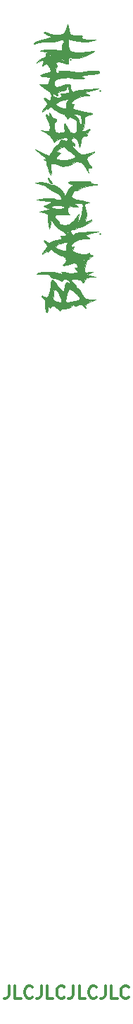
<source format=gbr>
%TF.GenerationSoftware,KiCad,Pcbnew,(5.1.12-1-10_14)*%
%TF.CreationDate,2021-12-12T17:34:39+01:00*%
%TF.ProjectId,kross,6b726f73-732e-46b6-9963-61645f706362,rev?*%
%TF.SameCoordinates,Original*%
%TF.FileFunction,Legend,Top*%
%TF.FilePolarity,Positive*%
%FSLAX46Y46*%
G04 Gerber Fmt 4.6, Leading zero omitted, Abs format (unit mm)*
G04 Created by KiCad (PCBNEW (5.1.12-1-10_14)) date 2021-12-12 17:34:39*
%MOMM*%
%LPD*%
G01*
G04 APERTURE LIST*
%ADD10C,0.300000*%
%ADD11C,0.010000*%
%ADD12C,14.000000*%
%ADD13C,9.000000*%
%ADD14C,4.000000*%
G04 APERTURE END LIST*
D10*
X105571428Y-211178571D02*
X105571428Y-212250000D01*
X105500000Y-212464285D01*
X105357142Y-212607142D01*
X105142857Y-212678571D01*
X105000000Y-212678571D01*
X107000000Y-212678571D02*
X106285714Y-212678571D01*
X106285714Y-211178571D01*
X108357142Y-212535714D02*
X108285714Y-212607142D01*
X108071428Y-212678571D01*
X107928571Y-212678571D01*
X107714285Y-212607142D01*
X107571428Y-212464285D01*
X107500000Y-212321428D01*
X107428571Y-212035714D01*
X107428571Y-211821428D01*
X107500000Y-211535714D01*
X107571428Y-211392857D01*
X107714285Y-211250000D01*
X107928571Y-211178571D01*
X108071428Y-211178571D01*
X108285714Y-211250000D01*
X108357142Y-211321428D01*
X109428571Y-211178571D02*
X109428571Y-212250000D01*
X109357142Y-212464285D01*
X109214285Y-212607142D01*
X109000000Y-212678571D01*
X108857142Y-212678571D01*
X110857142Y-212678571D02*
X110142857Y-212678571D01*
X110142857Y-211178571D01*
X112214285Y-212535714D02*
X112142857Y-212607142D01*
X111928571Y-212678571D01*
X111785714Y-212678571D01*
X111571428Y-212607142D01*
X111428571Y-212464285D01*
X111357142Y-212321428D01*
X111285714Y-212035714D01*
X111285714Y-211821428D01*
X111357142Y-211535714D01*
X111428571Y-211392857D01*
X111571428Y-211250000D01*
X111785714Y-211178571D01*
X111928571Y-211178571D01*
X112142857Y-211250000D01*
X112214285Y-211321428D01*
X113285714Y-211178571D02*
X113285714Y-212250000D01*
X113214285Y-212464285D01*
X113071428Y-212607142D01*
X112857142Y-212678571D01*
X112714285Y-212678571D01*
X114714285Y-212678571D02*
X114000000Y-212678571D01*
X114000000Y-211178571D01*
X116071428Y-212535714D02*
X116000000Y-212607142D01*
X115785714Y-212678571D01*
X115642857Y-212678571D01*
X115428571Y-212607142D01*
X115285714Y-212464285D01*
X115214285Y-212321428D01*
X115142857Y-212035714D01*
X115142857Y-211821428D01*
X115214285Y-211535714D01*
X115285714Y-211392857D01*
X115428571Y-211250000D01*
X115642857Y-211178571D01*
X115785714Y-211178571D01*
X116000000Y-211250000D01*
X116071428Y-211321428D01*
X117142857Y-211178571D02*
X117142857Y-212250000D01*
X117071428Y-212464285D01*
X116928571Y-212607142D01*
X116714285Y-212678571D01*
X116571428Y-212678571D01*
X118571428Y-212678571D02*
X117857142Y-212678571D01*
X117857142Y-211178571D01*
X119928571Y-212535714D02*
X119857142Y-212607142D01*
X119642857Y-212678571D01*
X119500000Y-212678571D01*
X119285714Y-212607142D01*
X119142857Y-212464285D01*
X119071428Y-212321428D01*
X119000000Y-212035714D01*
X119000000Y-211821428D01*
X119071428Y-211535714D01*
X119142857Y-211392857D01*
X119285714Y-211250000D01*
X119500000Y-211178571D01*
X119642857Y-211178571D01*
X119857142Y-211250000D01*
X119928571Y-211321428D01*
D11*
%TO.C,G\u002A\u002A\u002A*%
G36*
X116496503Y-121137762D02*
G01*
X116585314Y-121226573D01*
X116496503Y-121315384D01*
X116407692Y-121226573D01*
X116496503Y-121137762D01*
G37*
X116496503Y-121137762D02*
X116585314Y-121226573D01*
X116496503Y-121315384D01*
X116407692Y-121226573D01*
X116496503Y-121137762D01*
G36*
X116496503Y-104086014D02*
G01*
X116585314Y-104174825D01*
X116496503Y-104263636D01*
X116407692Y-104174825D01*
X116496503Y-104086014D01*
G37*
X116496503Y-104086014D02*
X116585314Y-104174825D01*
X116496503Y-104263636D01*
X116407692Y-104174825D01*
X116496503Y-104086014D01*
G36*
X108619639Y-98414038D02*
G01*
X108953089Y-98263879D01*
X109488468Y-98083387D01*
X109862995Y-97977295D01*
X110392187Y-97832189D01*
X110618156Y-97735574D01*
X110582340Y-97649869D01*
X110341380Y-97543466D01*
X109956951Y-97347300D01*
X109757526Y-97176011D01*
X109826296Y-97121397D01*
X110133392Y-97202129D01*
X110290604Y-97263547D01*
X110906517Y-97432969D01*
X111537065Y-97482434D01*
X111584947Y-97479261D01*
X112042522Y-97393702D01*
X112290862Y-97163303D01*
X112430069Y-96817212D01*
X112626572Y-96209250D01*
X112748957Y-96861618D01*
X112842061Y-97256694D01*
X112998151Y-97448129D01*
X113325999Y-97510299D01*
X113706999Y-97516706D01*
X114185902Y-97543878D01*
X114350948Y-97616852D01*
X114305614Y-97669685D01*
X114249389Y-97810979D01*
X114493467Y-97937229D01*
X114982930Y-98029255D01*
X115430769Y-98062609D01*
X115963636Y-98083216D01*
X115392701Y-98218927D01*
X114942462Y-98299050D01*
X114481024Y-98304895D01*
X113884137Y-98231283D01*
X113337880Y-98133274D01*
X112665971Y-98005131D01*
X112716202Y-98732014D01*
X112766125Y-99181294D01*
X112901832Y-99411082D01*
X113225181Y-99523415D01*
X113560974Y-99578289D01*
X114246014Y-99609988D01*
X114937465Y-99537601D01*
X115069204Y-99507186D01*
X115604909Y-99385515D01*
X115815898Y-99386791D01*
X115696692Y-99502935D01*
X115241806Y-99725874D01*
X115223166Y-99734019D01*
X114708727Y-99965373D01*
X114290171Y-100165548D01*
X114223761Y-100199791D01*
X113835390Y-100284428D01*
X113325803Y-100260034D01*
X113291243Y-100253902D01*
X112881386Y-100200150D01*
X112711802Y-100291292D01*
X112677655Y-100587970D01*
X112677622Y-100608859D01*
X112643534Y-100931510D01*
X112488385Y-100967457D01*
X112334054Y-100895060D01*
X112300202Y-100884207D01*
X112300202Y-100665036D01*
X112215071Y-100534919D01*
X112192121Y-100511525D01*
X111959237Y-100371224D01*
X111873621Y-100390248D01*
X111926925Y-100522376D01*
X112092689Y-100610957D01*
X112300202Y-100665036D01*
X112300202Y-100884207D01*
X111887085Y-100751749D01*
X111513005Y-100711188D01*
X111195031Y-100745705D01*
X111179049Y-100876403D01*
X111230668Y-100946324D01*
X111329840Y-101223555D01*
X111228832Y-101378440D01*
X111121598Y-101635939D01*
X111166962Y-101913906D01*
X111319464Y-102066602D01*
X111435908Y-102042341D01*
X111551906Y-101848736D01*
X111534370Y-101795195D01*
X111648743Y-101748293D01*
X112029217Y-101757831D01*
X112552801Y-101816494D01*
X113238037Y-101909344D01*
X113726349Y-101951662D01*
X114166401Y-101943280D01*
X114706854Y-101884030D01*
X115215463Y-101813480D01*
X115897772Y-101748779D01*
X116294518Y-101795171D01*
X116416912Y-101876843D01*
X116415216Y-101998907D01*
X116153711Y-102096577D01*
X115592120Y-102181979D01*
X115301217Y-102212798D01*
X114654529Y-102284238D01*
X114315136Y-102349395D01*
X114235884Y-102425762D01*
X114369621Y-102530829D01*
X114399669Y-102547229D01*
X114590596Y-102670021D01*
X114533060Y-102729485D01*
X114182898Y-102744618D01*
X113945831Y-102742438D01*
X113411523Y-102714494D01*
X113025596Y-102657770D01*
X112935239Y-102625663D01*
X112669560Y-102581830D01*
X112192340Y-102591394D01*
X111937646Y-102614456D01*
X111393500Y-102712525D01*
X111110208Y-102879232D01*
X111011148Y-103083017D01*
X111002831Y-103505366D01*
X111250862Y-103688526D01*
X111741695Y-103624296D01*
X111846643Y-103588787D01*
X112401746Y-103426725D01*
X112799104Y-103383890D01*
X112968988Y-103462775D01*
X112946324Y-103549476D01*
X112938446Y-103824333D01*
X113043745Y-104106339D01*
X113237705Y-104349955D01*
X113380498Y-104275955D01*
X113622292Y-104157473D01*
X114145114Y-104058926D01*
X114874801Y-103994037D01*
X114915602Y-103991911D01*
X116318881Y-103921164D01*
X115449129Y-104142446D01*
X114950445Y-104277470D01*
X114753787Y-104372440D01*
X114815505Y-104469196D01*
X115005073Y-104568094D01*
X115246731Y-104697997D01*
X115222035Y-104759803D01*
X114892568Y-104783054D01*
X114720279Y-104787100D01*
X113977821Y-104887150D01*
X113409164Y-105129320D01*
X113092671Y-105476293D01*
X113061771Y-105576895D01*
X113080717Y-105801775D01*
X113211135Y-105773027D01*
X113335940Y-105742737D01*
X113251871Y-105962237D01*
X113236127Y-105991955D01*
X113160122Y-106201808D01*
X113257300Y-106340237D01*
X113594365Y-106457345D01*
X113973301Y-106545680D01*
X114595029Y-106674735D01*
X115140996Y-106775073D01*
X115341958Y-106805507D01*
X115597039Y-106851685D01*
X115561825Y-106913808D01*
X115210404Y-107026243D01*
X115165901Y-107038998D01*
X114763684Y-107183358D01*
X114602607Y-107389567D01*
X114595706Y-107790274D01*
X114604325Y-107895597D01*
X114584850Y-108435105D01*
X114430280Y-108718760D01*
X114258748Y-108890377D01*
X114363455Y-108975882D01*
X114670797Y-108950872D01*
X114909172Y-108877533D01*
X115245782Y-108759837D01*
X115294238Y-108802772D01*
X115111041Y-109020194D01*
X114924661Y-109310869D01*
X114927118Y-109473505D01*
X114878512Y-109566031D01*
X114669121Y-109592307D01*
X114394459Y-109675770D01*
X114228966Y-109983639D01*
X114208290Y-110072299D01*
X114208290Y-108314111D01*
X114266588Y-108057946D01*
X114276223Y-107746276D01*
X114191127Y-107243703D01*
X113995263Y-107035786D01*
X113635845Y-106944046D01*
X113349963Y-106939935D01*
X113255446Y-107019243D01*
X113284499Y-107061188D01*
X113574175Y-107191997D01*
X113613650Y-107194405D01*
X113785975Y-107347660D01*
X113945473Y-107721647D01*
X113959172Y-107771678D01*
X114103419Y-108218881D01*
X114208290Y-108314111D01*
X114208290Y-110072299D01*
X114164893Y-110258391D01*
X114037464Y-110924475D01*
X113885332Y-110347202D01*
X113685820Y-109906358D01*
X113383033Y-109769930D01*
X113097733Y-109882192D01*
X113032867Y-110036363D01*
X113118683Y-110272883D01*
X113191486Y-110302797D01*
X113386925Y-110443749D01*
X113448873Y-110560185D01*
X113444145Y-110737853D01*
X113245849Y-110707544D01*
X113126311Y-110716768D01*
X113291380Y-110933617D01*
X113388112Y-111030821D01*
X113878902Y-111493208D01*
X114227637Y-111738434D01*
X114541323Y-111802651D01*
X114926964Y-111722013D01*
X115183691Y-111637484D01*
X115634234Y-111490847D01*
X115795004Y-111466679D01*
X115709663Y-111564884D01*
X115618848Y-111636525D01*
X115306678Y-111841190D01*
X115149390Y-111901398D01*
X114949413Y-112036273D01*
X114915772Y-112354026D01*
X115047137Y-112724345D01*
X115159314Y-112872976D01*
X115454581Y-113238678D01*
X115490011Y-113418575D01*
X115266106Y-113391583D01*
X115088861Y-113406278D01*
X115090636Y-113693112D01*
X115093494Y-113707997D01*
X115141256Y-113982052D01*
X115098299Y-113940764D01*
X114982844Y-113682552D01*
X114625150Y-113112933D01*
X114175676Y-112743198D01*
X113711314Y-112613496D01*
X113308957Y-112763976D01*
X113278438Y-112792610D01*
X112909362Y-113011791D01*
X112406111Y-113154734D01*
X111941625Y-113182573D01*
X111867521Y-113162157D01*
X111867521Y-112435150D01*
X112419246Y-112419214D01*
X112959983Y-112349492D01*
X113378674Y-112235203D01*
X113564260Y-112085563D01*
X113565734Y-112070399D01*
X113433483Y-111885563D01*
X113104410Y-111604627D01*
X112988461Y-111520259D01*
X112605763Y-111228762D01*
X112373829Y-111009310D01*
X112351981Y-110975297D01*
X112141464Y-110838023D01*
X111805645Y-110949906D01*
X111523077Y-111190909D01*
X111308773Y-111448147D01*
X111340678Y-111536508D01*
X111535069Y-111546153D01*
X111740721Y-111568942D01*
X111669604Y-111678879D01*
X111470816Y-111824740D01*
X111213442Y-112080114D01*
X111175343Y-112268796D01*
X111415867Y-112388084D01*
X111867521Y-112435150D01*
X111867521Y-113162157D01*
X111762685Y-113133273D01*
X111392224Y-112990808D01*
X111004880Y-112896218D01*
X110690175Y-112860828D01*
X110562302Y-112969136D01*
X110559479Y-113309636D01*
X110577409Y-113508526D01*
X110609025Y-113949470D01*
X110606243Y-114193400D01*
X110597637Y-114210489D01*
X110489925Y-114062446D01*
X110337349Y-113710781D01*
X110189997Y-113294193D01*
X110097959Y-112951381D01*
X110097005Y-112824206D01*
X110050066Y-112660179D01*
X109877309Y-112483062D01*
X109721958Y-112332078D01*
X109791258Y-112342765D01*
X109988027Y-112341205D01*
X110013286Y-112267126D01*
X109915179Y-112080988D01*
X109880070Y-112072633D01*
X109670692Y-111963361D01*
X109316847Y-111699996D01*
X109213986Y-111614754D01*
X108681119Y-111163263D01*
X109428938Y-111532331D01*
X109905354Y-111752137D01*
X110251565Y-111884236D01*
X110333485Y-111901398D01*
X110509260Y-111759532D01*
X110753516Y-111406363D01*
X110825009Y-111279720D01*
X111085026Y-110884451D01*
X111317530Y-110670507D01*
X111365130Y-110658042D01*
X111568628Y-110509210D01*
X111666829Y-110289508D01*
X111794918Y-110034420D01*
X112043112Y-110072525D01*
X112113846Y-110108632D01*
X112413494Y-110201148D01*
X112565481Y-110033110D01*
X112575685Y-109842725D01*
X112374331Y-109777688D01*
X111908133Y-109829296D01*
X111634091Y-109880944D01*
X111210880Y-110050894D01*
X111064531Y-110280594D01*
X110997557Y-110331780D01*
X110848802Y-110102496D01*
X110797736Y-109992319D01*
X110404683Y-109453320D01*
X109968519Y-109150900D01*
X109391608Y-108886392D01*
X109924475Y-108977276D01*
X110296878Y-109007298D01*
X110435268Y-108862411D01*
X110451048Y-108575339D01*
X110366205Y-108049277D01*
X110229020Y-107694544D01*
X110075437Y-107347359D01*
X110013004Y-107073557D01*
X110047370Y-106960436D01*
X110184184Y-107095293D01*
X110190909Y-107105594D01*
X110326280Y-107256941D01*
X110373753Y-107083957D01*
X110377070Y-107016783D01*
X110400604Y-106787157D01*
X110472683Y-106872208D01*
X110551689Y-107061188D01*
X110776077Y-107370301D01*
X110984486Y-107460839D01*
X111225663Y-107562752D01*
X111210826Y-107757759D01*
X111063605Y-107850826D01*
X110953365Y-108066810D01*
X110992161Y-108563224D01*
X110994255Y-108574480D01*
X111103036Y-109005018D01*
X111281819Y-109179613D01*
X111641776Y-109195173D01*
X111701536Y-109191020D01*
X112089755Y-109136199D01*
X112225271Y-108974379D01*
X112194709Y-108590047D01*
X112187221Y-108543363D01*
X112168946Y-108144965D01*
X112271176Y-108055066D01*
X112459331Y-108262558D01*
X112676043Y-108700384D01*
X112958948Y-109123309D01*
X113298323Y-109237063D01*
X113546646Y-109194885D01*
X113668076Y-109006293D01*
X113710678Y-108578192D01*
X113714481Y-108431061D01*
X113696714Y-107910278D01*
X113581209Y-107619453D01*
X113315405Y-107436183D01*
X113280232Y-107419831D01*
X112914521Y-107304263D01*
X112714037Y-107405366D01*
X112689545Y-107441547D01*
X112557096Y-107532977D01*
X112454576Y-107306320D01*
X112208949Y-106984677D01*
X112102410Y-106936613D01*
X112102410Y-106279171D01*
X112401354Y-106249577D01*
X112460037Y-106024998D01*
X112439731Y-105961380D01*
X112450561Y-105630192D01*
X112513713Y-105490885D01*
X112652914Y-105252880D01*
X112674902Y-105200594D01*
X112524077Y-105201884D01*
X112152204Y-105258168D01*
X112100349Y-105267620D01*
X111622975Y-105408348D01*
X111457927Y-105500257D01*
X111457927Y-104967059D01*
X111793519Y-104881925D01*
X111868945Y-104811674D01*
X111831598Y-104613117D01*
X111746211Y-104559263D01*
X111755771Y-104500650D01*
X112047044Y-104461471D01*
X112208164Y-104455281D01*
X112649560Y-104417598D01*
X112807540Y-104305619D01*
X112785437Y-104160297D01*
X112689377Y-103814970D01*
X112677622Y-103705759D01*
X112567563Y-103614048D01*
X112497102Y-103643748D01*
X112391043Y-103850984D01*
X112413227Y-103911690D01*
X112326118Y-104042064D01*
X111987704Y-104164001D01*
X111895534Y-104183315D01*
X111484941Y-104302206D01*
X111365348Y-104476876D01*
X111390987Y-104591940D01*
X111438925Y-104785368D01*
X111300832Y-104720455D01*
X111196796Y-104637975D01*
X110900747Y-104487617D01*
X110744866Y-104557650D01*
X110805284Y-104784686D01*
X111063788Y-104933003D01*
X111457927Y-104967059D01*
X111457927Y-105500257D01*
X111284739Y-105596700D01*
X111284334Y-105597076D01*
X111178778Y-105773298D01*
X111327819Y-105944845D01*
X111616748Y-106104472D01*
X112102410Y-106279171D01*
X112102410Y-106936613D01*
X111852660Y-106823938D01*
X111336677Y-106609297D01*
X110936449Y-106332043D01*
X110632999Y-106096337D01*
X110454505Y-106106638D01*
X110361896Y-106222137D01*
X110223972Y-106367949D01*
X110193629Y-106323170D01*
X110080483Y-106308086D01*
X109811464Y-106495260D01*
X109805132Y-106500792D01*
X109584104Y-106654971D01*
X109564583Y-106574617D01*
X109730612Y-106306105D01*
X109979022Y-105995454D01*
X110145595Y-105734054D01*
X110066790Y-105498350D01*
X109924475Y-105329370D01*
X109753918Y-105056011D01*
X109834128Y-104973718D01*
X110092070Y-105127436D01*
X110155384Y-105187272D01*
X110414364Y-105297592D01*
X110596199Y-105133300D01*
X110631653Y-104774940D01*
X110608431Y-104660223D01*
X110485532Y-104351039D01*
X110392220Y-104262754D01*
X110194480Y-104160094D01*
X109845086Y-103906626D01*
X109746853Y-103828170D01*
X109213986Y-103394469D01*
X109742440Y-103429402D01*
X110125447Y-103393817D01*
X110275307Y-103257109D01*
X110382214Y-102952826D01*
X110412937Y-102916666D01*
X110542075Y-102668397D01*
X110335697Y-102524345D01*
X109924475Y-102487412D01*
X109459043Y-102438997D01*
X109323067Y-102321389D01*
X109508430Y-102176044D01*
X110007016Y-102044418D01*
X110011355Y-102043683D01*
X110428084Y-101955860D01*
X110591385Y-101823576D01*
X110518053Y-101565324D01*
X110457342Y-101468879D01*
X110457342Y-100000699D01*
X110546154Y-99911888D01*
X110457342Y-99823077D01*
X110368531Y-99911888D01*
X110457342Y-100000699D01*
X110457342Y-101468879D01*
X110224886Y-101099597D01*
X110210394Y-101077855D01*
X110038989Y-100913854D01*
X109816282Y-101010163D01*
X109731310Y-101077855D01*
X109522845Y-101232904D01*
X109529915Y-101138741D01*
X109635211Y-100933216D01*
X109737738Y-100618680D01*
X109581195Y-100535349D01*
X109158410Y-100680563D01*
X109069092Y-100723110D01*
X108845814Y-100820376D01*
X108888913Y-100749067D01*
X109125175Y-100549437D01*
X109507340Y-100292964D01*
X109807841Y-100182328D01*
X109810262Y-100182271D01*
X109971010Y-100053575D01*
X109953220Y-99922746D01*
X110005244Y-99703513D01*
X110333867Y-99594115D01*
X110473358Y-99546677D01*
X110280163Y-99504223D01*
X109924475Y-99479178D01*
X109439252Y-99445584D01*
X109278104Y-99398616D01*
X109409862Y-99325955D01*
X109480419Y-99303682D01*
X109902119Y-99249067D01*
X110514244Y-99250796D01*
X110960112Y-99285478D01*
X111536383Y-99342637D01*
X111837348Y-99333337D01*
X111940382Y-99233716D01*
X111922861Y-99019914D01*
X111917261Y-98990305D01*
X111911894Y-98676439D01*
X111991764Y-98579720D01*
X112127601Y-98435497D01*
X112144755Y-98313286D01*
X112012711Y-98089674D01*
X111732257Y-98059983D01*
X111553595Y-98164353D01*
X111324660Y-98232538D01*
X110855375Y-98286462D01*
X110413851Y-98308812D01*
X109740463Y-98347666D01*
X109128304Y-98417836D01*
X108858741Y-98468956D01*
X108533886Y-98534943D01*
X108519800Y-98484253D01*
X108619639Y-98414038D01*
G37*
X108619639Y-98414038D02*
X108953089Y-98263879D01*
X109488468Y-98083387D01*
X109862995Y-97977295D01*
X110392187Y-97832189D01*
X110618156Y-97735574D01*
X110582340Y-97649869D01*
X110341380Y-97543466D01*
X109956951Y-97347300D01*
X109757526Y-97176011D01*
X109826296Y-97121397D01*
X110133392Y-97202129D01*
X110290604Y-97263547D01*
X110906517Y-97432969D01*
X111537065Y-97482434D01*
X111584947Y-97479261D01*
X112042522Y-97393702D01*
X112290862Y-97163303D01*
X112430069Y-96817212D01*
X112626572Y-96209250D01*
X112748957Y-96861618D01*
X112842061Y-97256694D01*
X112998151Y-97448129D01*
X113325999Y-97510299D01*
X113706999Y-97516706D01*
X114185902Y-97543878D01*
X114350948Y-97616852D01*
X114305614Y-97669685D01*
X114249389Y-97810979D01*
X114493467Y-97937229D01*
X114982930Y-98029255D01*
X115430769Y-98062609D01*
X115963636Y-98083216D01*
X115392701Y-98218927D01*
X114942462Y-98299050D01*
X114481024Y-98304895D01*
X113884137Y-98231283D01*
X113337880Y-98133274D01*
X112665971Y-98005131D01*
X112716202Y-98732014D01*
X112766125Y-99181294D01*
X112901832Y-99411082D01*
X113225181Y-99523415D01*
X113560974Y-99578289D01*
X114246014Y-99609988D01*
X114937465Y-99537601D01*
X115069204Y-99507186D01*
X115604909Y-99385515D01*
X115815898Y-99386791D01*
X115696692Y-99502935D01*
X115241806Y-99725874D01*
X115223166Y-99734019D01*
X114708727Y-99965373D01*
X114290171Y-100165548D01*
X114223761Y-100199791D01*
X113835390Y-100284428D01*
X113325803Y-100260034D01*
X113291243Y-100253902D01*
X112881386Y-100200150D01*
X112711802Y-100291292D01*
X112677655Y-100587970D01*
X112677622Y-100608859D01*
X112643534Y-100931510D01*
X112488385Y-100967457D01*
X112334054Y-100895060D01*
X112300202Y-100884207D01*
X112300202Y-100665036D01*
X112215071Y-100534919D01*
X112192121Y-100511525D01*
X111959237Y-100371224D01*
X111873621Y-100390248D01*
X111926925Y-100522376D01*
X112092689Y-100610957D01*
X112300202Y-100665036D01*
X112300202Y-100884207D01*
X111887085Y-100751749D01*
X111513005Y-100711188D01*
X111195031Y-100745705D01*
X111179049Y-100876403D01*
X111230668Y-100946324D01*
X111329840Y-101223555D01*
X111228832Y-101378440D01*
X111121598Y-101635939D01*
X111166962Y-101913906D01*
X111319464Y-102066602D01*
X111435908Y-102042341D01*
X111551906Y-101848736D01*
X111534370Y-101795195D01*
X111648743Y-101748293D01*
X112029217Y-101757831D01*
X112552801Y-101816494D01*
X113238037Y-101909344D01*
X113726349Y-101951662D01*
X114166401Y-101943280D01*
X114706854Y-101884030D01*
X115215463Y-101813480D01*
X115897772Y-101748779D01*
X116294518Y-101795171D01*
X116416912Y-101876843D01*
X116415216Y-101998907D01*
X116153711Y-102096577D01*
X115592120Y-102181979D01*
X115301217Y-102212798D01*
X114654529Y-102284238D01*
X114315136Y-102349395D01*
X114235884Y-102425762D01*
X114369621Y-102530829D01*
X114399669Y-102547229D01*
X114590596Y-102670021D01*
X114533060Y-102729485D01*
X114182898Y-102744618D01*
X113945831Y-102742438D01*
X113411523Y-102714494D01*
X113025596Y-102657770D01*
X112935239Y-102625663D01*
X112669560Y-102581830D01*
X112192340Y-102591394D01*
X111937646Y-102614456D01*
X111393500Y-102712525D01*
X111110208Y-102879232D01*
X111011148Y-103083017D01*
X111002831Y-103505366D01*
X111250862Y-103688526D01*
X111741695Y-103624296D01*
X111846643Y-103588787D01*
X112401746Y-103426725D01*
X112799104Y-103383890D01*
X112968988Y-103462775D01*
X112946324Y-103549476D01*
X112938446Y-103824333D01*
X113043745Y-104106339D01*
X113237705Y-104349955D01*
X113380498Y-104275955D01*
X113622292Y-104157473D01*
X114145114Y-104058926D01*
X114874801Y-103994037D01*
X114915602Y-103991911D01*
X116318881Y-103921164D01*
X115449129Y-104142446D01*
X114950445Y-104277470D01*
X114753787Y-104372440D01*
X114815505Y-104469196D01*
X115005073Y-104568094D01*
X115246731Y-104697997D01*
X115222035Y-104759803D01*
X114892568Y-104783054D01*
X114720279Y-104787100D01*
X113977821Y-104887150D01*
X113409164Y-105129320D01*
X113092671Y-105476293D01*
X113061771Y-105576895D01*
X113080717Y-105801775D01*
X113211135Y-105773027D01*
X113335940Y-105742737D01*
X113251871Y-105962237D01*
X113236127Y-105991955D01*
X113160122Y-106201808D01*
X113257300Y-106340237D01*
X113594365Y-106457345D01*
X113973301Y-106545680D01*
X114595029Y-106674735D01*
X115140996Y-106775073D01*
X115341958Y-106805507D01*
X115597039Y-106851685D01*
X115561825Y-106913808D01*
X115210404Y-107026243D01*
X115165901Y-107038998D01*
X114763684Y-107183358D01*
X114602607Y-107389567D01*
X114595706Y-107790274D01*
X114604325Y-107895597D01*
X114584850Y-108435105D01*
X114430280Y-108718760D01*
X114258748Y-108890377D01*
X114363455Y-108975882D01*
X114670797Y-108950872D01*
X114909172Y-108877533D01*
X115245782Y-108759837D01*
X115294238Y-108802772D01*
X115111041Y-109020194D01*
X114924661Y-109310869D01*
X114927118Y-109473505D01*
X114878512Y-109566031D01*
X114669121Y-109592307D01*
X114394459Y-109675770D01*
X114228966Y-109983639D01*
X114208290Y-110072299D01*
X114208290Y-108314111D01*
X114266588Y-108057946D01*
X114276223Y-107746276D01*
X114191127Y-107243703D01*
X113995263Y-107035786D01*
X113635845Y-106944046D01*
X113349963Y-106939935D01*
X113255446Y-107019243D01*
X113284499Y-107061188D01*
X113574175Y-107191997D01*
X113613650Y-107194405D01*
X113785975Y-107347660D01*
X113945473Y-107721647D01*
X113959172Y-107771678D01*
X114103419Y-108218881D01*
X114208290Y-108314111D01*
X114208290Y-110072299D01*
X114164893Y-110258391D01*
X114037464Y-110924475D01*
X113885332Y-110347202D01*
X113685820Y-109906358D01*
X113383033Y-109769930D01*
X113097733Y-109882192D01*
X113032867Y-110036363D01*
X113118683Y-110272883D01*
X113191486Y-110302797D01*
X113386925Y-110443749D01*
X113448873Y-110560185D01*
X113444145Y-110737853D01*
X113245849Y-110707544D01*
X113126311Y-110716768D01*
X113291380Y-110933617D01*
X113388112Y-111030821D01*
X113878902Y-111493208D01*
X114227637Y-111738434D01*
X114541323Y-111802651D01*
X114926964Y-111722013D01*
X115183691Y-111637484D01*
X115634234Y-111490847D01*
X115795004Y-111466679D01*
X115709663Y-111564884D01*
X115618848Y-111636525D01*
X115306678Y-111841190D01*
X115149390Y-111901398D01*
X114949413Y-112036273D01*
X114915772Y-112354026D01*
X115047137Y-112724345D01*
X115159314Y-112872976D01*
X115454581Y-113238678D01*
X115490011Y-113418575D01*
X115266106Y-113391583D01*
X115088861Y-113406278D01*
X115090636Y-113693112D01*
X115093494Y-113707997D01*
X115141256Y-113982052D01*
X115098299Y-113940764D01*
X114982844Y-113682552D01*
X114625150Y-113112933D01*
X114175676Y-112743198D01*
X113711314Y-112613496D01*
X113308957Y-112763976D01*
X113278438Y-112792610D01*
X112909362Y-113011791D01*
X112406111Y-113154734D01*
X111941625Y-113182573D01*
X111867521Y-113162157D01*
X111867521Y-112435150D01*
X112419246Y-112419214D01*
X112959983Y-112349492D01*
X113378674Y-112235203D01*
X113564260Y-112085563D01*
X113565734Y-112070399D01*
X113433483Y-111885563D01*
X113104410Y-111604627D01*
X112988461Y-111520259D01*
X112605763Y-111228762D01*
X112373829Y-111009310D01*
X112351981Y-110975297D01*
X112141464Y-110838023D01*
X111805645Y-110949906D01*
X111523077Y-111190909D01*
X111308773Y-111448147D01*
X111340678Y-111536508D01*
X111535069Y-111546153D01*
X111740721Y-111568942D01*
X111669604Y-111678879D01*
X111470816Y-111824740D01*
X111213442Y-112080114D01*
X111175343Y-112268796D01*
X111415867Y-112388084D01*
X111867521Y-112435150D01*
X111867521Y-113162157D01*
X111762685Y-113133273D01*
X111392224Y-112990808D01*
X111004880Y-112896218D01*
X110690175Y-112860828D01*
X110562302Y-112969136D01*
X110559479Y-113309636D01*
X110577409Y-113508526D01*
X110609025Y-113949470D01*
X110606243Y-114193400D01*
X110597637Y-114210489D01*
X110489925Y-114062446D01*
X110337349Y-113710781D01*
X110189997Y-113294193D01*
X110097959Y-112951381D01*
X110097005Y-112824206D01*
X110050066Y-112660179D01*
X109877309Y-112483062D01*
X109721958Y-112332078D01*
X109791258Y-112342765D01*
X109988027Y-112341205D01*
X110013286Y-112267126D01*
X109915179Y-112080988D01*
X109880070Y-112072633D01*
X109670692Y-111963361D01*
X109316847Y-111699996D01*
X109213986Y-111614754D01*
X108681119Y-111163263D01*
X109428938Y-111532331D01*
X109905354Y-111752137D01*
X110251565Y-111884236D01*
X110333485Y-111901398D01*
X110509260Y-111759532D01*
X110753516Y-111406363D01*
X110825009Y-111279720D01*
X111085026Y-110884451D01*
X111317530Y-110670507D01*
X111365130Y-110658042D01*
X111568628Y-110509210D01*
X111666829Y-110289508D01*
X111794918Y-110034420D01*
X112043112Y-110072525D01*
X112113846Y-110108632D01*
X112413494Y-110201148D01*
X112565481Y-110033110D01*
X112575685Y-109842725D01*
X112374331Y-109777688D01*
X111908133Y-109829296D01*
X111634091Y-109880944D01*
X111210880Y-110050894D01*
X111064531Y-110280594D01*
X110997557Y-110331780D01*
X110848802Y-110102496D01*
X110797736Y-109992319D01*
X110404683Y-109453320D01*
X109968519Y-109150900D01*
X109391608Y-108886392D01*
X109924475Y-108977276D01*
X110296878Y-109007298D01*
X110435268Y-108862411D01*
X110451048Y-108575339D01*
X110366205Y-108049277D01*
X110229020Y-107694544D01*
X110075437Y-107347359D01*
X110013004Y-107073557D01*
X110047370Y-106960436D01*
X110184184Y-107095293D01*
X110190909Y-107105594D01*
X110326280Y-107256941D01*
X110373753Y-107083957D01*
X110377070Y-107016783D01*
X110400604Y-106787157D01*
X110472683Y-106872208D01*
X110551689Y-107061188D01*
X110776077Y-107370301D01*
X110984486Y-107460839D01*
X111225663Y-107562752D01*
X111210826Y-107757759D01*
X111063605Y-107850826D01*
X110953365Y-108066810D01*
X110992161Y-108563224D01*
X110994255Y-108574480D01*
X111103036Y-109005018D01*
X111281819Y-109179613D01*
X111641776Y-109195173D01*
X111701536Y-109191020D01*
X112089755Y-109136199D01*
X112225271Y-108974379D01*
X112194709Y-108590047D01*
X112187221Y-108543363D01*
X112168946Y-108144965D01*
X112271176Y-108055066D01*
X112459331Y-108262558D01*
X112676043Y-108700384D01*
X112958948Y-109123309D01*
X113298323Y-109237063D01*
X113546646Y-109194885D01*
X113668076Y-109006293D01*
X113710678Y-108578192D01*
X113714481Y-108431061D01*
X113696714Y-107910278D01*
X113581209Y-107619453D01*
X113315405Y-107436183D01*
X113280232Y-107419831D01*
X112914521Y-107304263D01*
X112714037Y-107405366D01*
X112689545Y-107441547D01*
X112557096Y-107532977D01*
X112454576Y-107306320D01*
X112208949Y-106984677D01*
X112102410Y-106936613D01*
X112102410Y-106279171D01*
X112401354Y-106249577D01*
X112460037Y-106024998D01*
X112439731Y-105961380D01*
X112450561Y-105630192D01*
X112513713Y-105490885D01*
X112652914Y-105252880D01*
X112674902Y-105200594D01*
X112524077Y-105201884D01*
X112152204Y-105258168D01*
X112100349Y-105267620D01*
X111622975Y-105408348D01*
X111457927Y-105500257D01*
X111457927Y-104967059D01*
X111793519Y-104881925D01*
X111868945Y-104811674D01*
X111831598Y-104613117D01*
X111746211Y-104559263D01*
X111755771Y-104500650D01*
X112047044Y-104461471D01*
X112208164Y-104455281D01*
X112649560Y-104417598D01*
X112807540Y-104305619D01*
X112785437Y-104160297D01*
X112689377Y-103814970D01*
X112677622Y-103705759D01*
X112567563Y-103614048D01*
X112497102Y-103643748D01*
X112391043Y-103850984D01*
X112413227Y-103911690D01*
X112326118Y-104042064D01*
X111987704Y-104164001D01*
X111895534Y-104183315D01*
X111484941Y-104302206D01*
X111365348Y-104476876D01*
X111390987Y-104591940D01*
X111438925Y-104785368D01*
X111300832Y-104720455D01*
X111196796Y-104637975D01*
X110900747Y-104487617D01*
X110744866Y-104557650D01*
X110805284Y-104784686D01*
X111063788Y-104933003D01*
X111457927Y-104967059D01*
X111457927Y-105500257D01*
X111284739Y-105596700D01*
X111284334Y-105597076D01*
X111178778Y-105773298D01*
X111327819Y-105944845D01*
X111616748Y-106104472D01*
X112102410Y-106279171D01*
X112102410Y-106936613D01*
X111852660Y-106823938D01*
X111336677Y-106609297D01*
X110936449Y-106332043D01*
X110632999Y-106096337D01*
X110454505Y-106106638D01*
X110361896Y-106222137D01*
X110223972Y-106367949D01*
X110193629Y-106323170D01*
X110080483Y-106308086D01*
X109811464Y-106495260D01*
X109805132Y-106500792D01*
X109584104Y-106654971D01*
X109564583Y-106574617D01*
X109730612Y-106306105D01*
X109979022Y-105995454D01*
X110145595Y-105734054D01*
X110066790Y-105498350D01*
X109924475Y-105329370D01*
X109753918Y-105056011D01*
X109834128Y-104973718D01*
X110092070Y-105127436D01*
X110155384Y-105187272D01*
X110414364Y-105297592D01*
X110596199Y-105133300D01*
X110631653Y-104774940D01*
X110608431Y-104660223D01*
X110485532Y-104351039D01*
X110392220Y-104262754D01*
X110194480Y-104160094D01*
X109845086Y-103906626D01*
X109746853Y-103828170D01*
X109213986Y-103394469D01*
X109742440Y-103429402D01*
X110125447Y-103393817D01*
X110275307Y-103257109D01*
X110382214Y-102952826D01*
X110412937Y-102916666D01*
X110542075Y-102668397D01*
X110335697Y-102524345D01*
X109924475Y-102487412D01*
X109459043Y-102438997D01*
X109323067Y-102321389D01*
X109508430Y-102176044D01*
X110007016Y-102044418D01*
X110011355Y-102043683D01*
X110428084Y-101955860D01*
X110591385Y-101823576D01*
X110518053Y-101565324D01*
X110457342Y-101468879D01*
X110457342Y-100000699D01*
X110546154Y-99911888D01*
X110457342Y-99823077D01*
X110368531Y-99911888D01*
X110457342Y-100000699D01*
X110457342Y-101468879D01*
X110224886Y-101099597D01*
X110210394Y-101077855D01*
X110038989Y-100913854D01*
X109816282Y-101010163D01*
X109731310Y-101077855D01*
X109522845Y-101232904D01*
X109529915Y-101138741D01*
X109635211Y-100933216D01*
X109737738Y-100618680D01*
X109581195Y-100535349D01*
X109158410Y-100680563D01*
X109069092Y-100723110D01*
X108845814Y-100820376D01*
X108888913Y-100749067D01*
X109125175Y-100549437D01*
X109507340Y-100292964D01*
X109807841Y-100182328D01*
X109810262Y-100182271D01*
X109971010Y-100053575D01*
X109953220Y-99922746D01*
X110005244Y-99703513D01*
X110333867Y-99594115D01*
X110473358Y-99546677D01*
X110280163Y-99504223D01*
X109924475Y-99479178D01*
X109439252Y-99445584D01*
X109278104Y-99398616D01*
X109409862Y-99325955D01*
X109480419Y-99303682D01*
X109902119Y-99249067D01*
X110514244Y-99250796D01*
X110960112Y-99285478D01*
X111536383Y-99342637D01*
X111837348Y-99333337D01*
X111940382Y-99233716D01*
X111922861Y-99019914D01*
X111917261Y-98990305D01*
X111911894Y-98676439D01*
X111991764Y-98579720D01*
X112127601Y-98435497D01*
X112144755Y-98313286D01*
X112012711Y-98089674D01*
X111732257Y-98059983D01*
X111553595Y-98164353D01*
X111324660Y-98232538D01*
X110855375Y-98286462D01*
X110413851Y-98308812D01*
X109740463Y-98347666D01*
X109128304Y-98417836D01*
X108858741Y-98468956D01*
X108533886Y-98534943D01*
X108519800Y-98484253D01*
X108619639Y-98414038D01*
G36*
X109425531Y-115114620D02*
G01*
X109914109Y-115145124D01*
X110236997Y-115240800D01*
X110284185Y-115283449D01*
X110525944Y-115395257D01*
X110699622Y-115372701D01*
X110995557Y-115430296D01*
X111401944Y-115670618D01*
X111802952Y-116002545D01*
X112082748Y-116334954D01*
X112144755Y-116509567D01*
X112212612Y-116706820D01*
X112364838Y-116644859D01*
X112524416Y-116380940D01*
X112584844Y-116182398D01*
X112813346Y-115726159D01*
X113087418Y-115541893D01*
X113356944Y-115440766D01*
X113297119Y-115375389D01*
X113121678Y-115328966D01*
X112738302Y-115203915D01*
X112708807Y-115103852D01*
X113033339Y-115028722D01*
X113712046Y-114978467D01*
X114066590Y-114965774D01*
X114831002Y-114959504D01*
X115273119Y-114992411D01*
X115379094Y-115063200D01*
X115352126Y-115086227D01*
X115279479Y-115201923D01*
X115517085Y-115278462D01*
X115796182Y-115309568D01*
X116115952Y-115345153D01*
X116159623Y-115383575D01*
X115901444Y-115435625D01*
X115315661Y-115512094D01*
X115311713Y-115512575D01*
X114584976Y-115637714D01*
X114143297Y-115796289D01*
X114030674Y-115907528D01*
X113813233Y-116072855D01*
X113665398Y-116055110D01*
X113384702Y-116117711D01*
X113185765Y-116414100D01*
X113061737Y-116775125D01*
X113065210Y-116966375D01*
X113272329Y-117043307D01*
X113731669Y-117160391D01*
X114346156Y-117293021D01*
X114381825Y-117300139D01*
X114904692Y-117418209D01*
X115181406Y-117510747D01*
X115165137Y-117560974D01*
X115119930Y-117564583D01*
X114791713Y-117622608D01*
X114669996Y-117812904D01*
X114726239Y-118215949D01*
X114797652Y-118473426D01*
X114841258Y-118990064D01*
X114774977Y-119341767D01*
X114681559Y-119736103D01*
X114805299Y-119854004D01*
X115167231Y-119715231D01*
X115170558Y-119713453D01*
X115439463Y-119602844D01*
X115440940Y-119700325D01*
X115184502Y-119935157D01*
X114759203Y-120191180D01*
X114312605Y-120391862D01*
X113992272Y-120460672D01*
X113978778Y-120458649D01*
X113702053Y-120546296D01*
X113657456Y-120600184D01*
X113404656Y-120752501D01*
X113193757Y-120782517D01*
X112955346Y-120825975D01*
X112975721Y-121022143D01*
X113045709Y-121161759D01*
X113238518Y-121402879D01*
X113380498Y-121327703D01*
X113622292Y-121209221D01*
X114145114Y-121110674D01*
X114874801Y-121045785D01*
X114915602Y-121043659D01*
X116318881Y-120972912D01*
X115449129Y-121194194D01*
X114950445Y-121329218D01*
X114753787Y-121424188D01*
X114815505Y-121520944D01*
X115005073Y-121619843D01*
X115246731Y-121749746D01*
X115222035Y-121811551D01*
X114892568Y-121834803D01*
X114720279Y-121838848D01*
X113977821Y-121938899D01*
X113409164Y-122181069D01*
X113092671Y-122528041D01*
X113061771Y-122628644D01*
X113080717Y-122853523D01*
X113211135Y-122824775D01*
X113336441Y-122794916D01*
X113250455Y-123016811D01*
X113240735Y-123035093D01*
X113168904Y-123253075D01*
X113287759Y-123405554D01*
X113663510Y-123553714D01*
X113869830Y-123616423D01*
X114433287Y-123750922D01*
X114802386Y-123740546D01*
X115030438Y-123638390D01*
X115256769Y-123534587D01*
X115261251Y-123611362D01*
X115299255Y-123771368D01*
X115464692Y-123808392D01*
X115636566Y-123843448D01*
X115510277Y-123963197D01*
X115351034Y-124055577D01*
X114903059Y-124444149D01*
X114682589Y-125025227D01*
X114643952Y-125459218D01*
X114665595Y-125796134D01*
X114824677Y-125903089D01*
X115208741Y-125857992D01*
X115577403Y-125797485D01*
X115621062Y-125822075D01*
X115363630Y-125950100D01*
X115341958Y-125960160D01*
X114897902Y-126166128D01*
X115963636Y-126424402D01*
X115380640Y-126445418D01*
X114905686Y-126544470D01*
X114655462Y-126836542D01*
X114643535Y-126866084D01*
X114513428Y-127123899D01*
X114513053Y-127123680D01*
X114513053Y-124453380D01*
X114618650Y-124428997D01*
X114631468Y-124334965D01*
X114566479Y-124188761D01*
X114513053Y-124216550D01*
X114491795Y-124427346D01*
X114513053Y-124453380D01*
X114513053Y-127123680D01*
X114410975Y-127063927D01*
X114374749Y-126983371D01*
X114108376Y-126763672D01*
X113646469Y-126677941D01*
X113182214Y-126705042D01*
X113055645Y-126837970D01*
X113263543Y-127082639D01*
X113378598Y-127170066D01*
X113610911Y-127412577D01*
X113634549Y-127564522D01*
X113674853Y-127702288D01*
X113728312Y-127709790D01*
X113922392Y-127853033D01*
X114164188Y-128205829D01*
X114207635Y-128287063D01*
X114514238Y-128793859D01*
X114837647Y-129047180D01*
X115300895Y-129132538D01*
X115430769Y-129137202D01*
X115963636Y-129149074D01*
X115308709Y-129420902D01*
X114866184Y-129660805D01*
X114731366Y-129903270D01*
X114745937Y-129989023D01*
X114773491Y-130156544D01*
X114643422Y-130044269D01*
X114560140Y-129944605D01*
X114297400Y-129716498D01*
X113988872Y-129743313D01*
X113835150Y-129807580D01*
X113502529Y-129922064D01*
X113386712Y-129837825D01*
X113382463Y-129793045D01*
X113297973Y-129729082D01*
X113140853Y-129885664D01*
X112780275Y-130121132D01*
X112595497Y-130153290D01*
X112595497Y-129452552D01*
X113020317Y-129417511D01*
X113498384Y-129320976D01*
X113899914Y-129190121D01*
X114095124Y-129052117D01*
X114098601Y-129033604D01*
X113972634Y-128783363D01*
X113659435Y-128441985D01*
X113552106Y-128347258D01*
X113169199Y-128055280D01*
X112891550Y-127896847D01*
X112848746Y-127887412D01*
X112711563Y-128038971D01*
X112550093Y-128402873D01*
X112408930Y-128842962D01*
X112332668Y-129223079D01*
X112353706Y-129398928D01*
X112595497Y-129452552D01*
X112595497Y-130153290D01*
X112347201Y-130196503D01*
X111960870Y-130254503D01*
X111790048Y-130395818D01*
X111789510Y-130405088D01*
X111728476Y-130427400D01*
X111728476Y-129483588D01*
X111850141Y-129349674D01*
X111808214Y-129005609D01*
X111622721Y-128545352D01*
X111473454Y-128287063D01*
X111189533Y-127953422D01*
X110994575Y-127933240D01*
X110925312Y-128226519D01*
X110927423Y-128287063D01*
X110891708Y-128743586D01*
X110826576Y-128974209D01*
X110873621Y-129228338D01*
X111203513Y-129411557D01*
X111728476Y-129483588D01*
X111728476Y-130427400D01*
X111682043Y-130444376D01*
X111419225Y-130264780D01*
X111378412Y-130227465D01*
X110966637Y-129922235D01*
X110668534Y-129857324D01*
X110544063Y-130044521D01*
X110543434Y-130063286D01*
X110482027Y-130155751D01*
X110368531Y-130018881D01*
X110247386Y-129906649D01*
X110195253Y-130098570D01*
X110188227Y-130285314D01*
X110167197Y-130626731D01*
X110095220Y-130650950D01*
X109989204Y-130489733D01*
X109880042Y-130073887D01*
X109898140Y-129662093D01*
X109902798Y-129231989D01*
X109739199Y-129063599D01*
X109508396Y-128862494D01*
X109480419Y-128759350D01*
X109551242Y-128650287D01*
X109739072Y-128769067D01*
X110031166Y-128902489D01*
X110162649Y-128881801D01*
X110317542Y-128630364D01*
X110459050Y-128143323D01*
X110558074Y-127539971D01*
X110585728Y-127147402D01*
X110626316Y-126824623D01*
X110773758Y-126794348D01*
X110927644Y-126879290D01*
X111190911Y-127094259D01*
X111256643Y-127210498D01*
X111366312Y-127413035D01*
X111634870Y-127743635D01*
X111680212Y-127793281D01*
X112103782Y-128250320D01*
X112221128Y-127624810D01*
X112348284Y-127159333D01*
X112521594Y-127018632D01*
X112787900Y-127172239D01*
X112841462Y-127221328D01*
X112986113Y-127332742D01*
X112942991Y-127188394D01*
X112870737Y-127043706D01*
X112627606Y-126780344D01*
X112312256Y-126649524D01*
X112051427Y-126679338D01*
X111967133Y-126843427D01*
X111882809Y-126947419D01*
X111745105Y-126863937D01*
X111422269Y-126702773D01*
X110953052Y-126563198D01*
X110944254Y-126561301D01*
X110583758Y-126436722D01*
X110458587Y-126293546D01*
X110466275Y-126274357D01*
X110445455Y-126147853D01*
X110160545Y-126083563D01*
X109573903Y-126075329D01*
X109302797Y-126084056D01*
X108909627Y-126092386D01*
X108841692Y-126054520D01*
X109069481Y-125943076D01*
X109125175Y-125919240D01*
X109600107Y-125821584D01*
X110266750Y-125804096D01*
X110972301Y-125860281D01*
X111563961Y-125983642D01*
X111685431Y-126028076D01*
X111918954Y-126090103D01*
X111887009Y-125947634D01*
X111885216Y-125944722D01*
X111857143Y-125799762D01*
X112095899Y-125830049D01*
X112164149Y-125850910D01*
X112925824Y-125971594D01*
X113726480Y-125952743D01*
X113855887Y-125880021D01*
X113725989Y-125660133D01*
X113647628Y-125570677D01*
X113447653Y-125325709D01*
X113495578Y-125281132D01*
X113607138Y-125318274D01*
X113810390Y-125333503D01*
X113807411Y-125095168D01*
X113797189Y-125054504D01*
X113607763Y-124772862D01*
X113410498Y-124760779D01*
X113041768Y-124848783D01*
X112855244Y-124887487D01*
X112855244Y-124512587D01*
X113001448Y-124447598D01*
X112973659Y-124394172D01*
X112762863Y-124372914D01*
X112736830Y-124394172D01*
X112761212Y-124499768D01*
X112855244Y-124512587D01*
X112855244Y-124887487D01*
X112537462Y-124953429D01*
X112500000Y-124960666D01*
X112109867Y-125025558D01*
X112022864Y-124992291D01*
X112195243Y-124839350D01*
X112218021Y-124821990D01*
X112454590Y-124491694D01*
X112371434Y-124166368D01*
X112102410Y-123988393D01*
X112102410Y-123330920D01*
X112401354Y-123301325D01*
X112460037Y-123076747D01*
X112439731Y-123013128D01*
X112450561Y-122681940D01*
X112513713Y-122542633D01*
X112652914Y-122304628D01*
X112674902Y-122252342D01*
X112588811Y-122253078D01*
X112588811Y-121137762D01*
X112677622Y-121048951D01*
X112588811Y-120960139D01*
X112500000Y-121048951D01*
X112588811Y-121137762D01*
X112588811Y-122253078D01*
X112524077Y-122253632D01*
X112152204Y-122309916D01*
X112100349Y-122319368D01*
X111622975Y-122460096D01*
X111284739Y-122648448D01*
X111284334Y-122648825D01*
X111178778Y-122825046D01*
X111327819Y-122996593D01*
X111616748Y-123156221D01*
X112102410Y-123330920D01*
X112102410Y-123988393D01*
X111997504Y-123918991D01*
X111841522Y-123872891D01*
X111335053Y-123661009D01*
X110936449Y-123383791D01*
X110632999Y-123148085D01*
X110454505Y-123158387D01*
X110361896Y-123273885D01*
X110223972Y-123419697D01*
X110193629Y-123374918D01*
X110080483Y-123359834D01*
X109811464Y-123547008D01*
X109805132Y-123552540D01*
X109584104Y-123706719D01*
X109564583Y-123626365D01*
X109730612Y-123357853D01*
X109979022Y-123047202D01*
X110145595Y-122785803D01*
X110066790Y-122550098D01*
X109924475Y-122381118D01*
X109753918Y-122107759D01*
X109834128Y-122025466D01*
X110092070Y-122179184D01*
X110155384Y-122239021D01*
X110397091Y-122360710D01*
X110581678Y-122239021D01*
X110910365Y-122078295D01*
X111281685Y-122025874D01*
X111678723Y-121965314D01*
X111888679Y-121824303D01*
X111843249Y-121663839D01*
X111746211Y-121611011D01*
X111733889Y-121545093D01*
X112008103Y-121507841D01*
X112033287Y-121507029D01*
X112371405Y-121470303D01*
X112411260Y-121351483D01*
X112321369Y-121225358D01*
X112247652Y-121162618D01*
X112247652Y-120205270D01*
X112287924Y-120203869D01*
X112794229Y-120120135D01*
X113189068Y-119859574D01*
X113465672Y-119547196D01*
X113967385Y-118917482D01*
X113842801Y-119450349D01*
X113784016Y-119792106D01*
X113851171Y-119840958D01*
X113934903Y-119770220D01*
X114109521Y-119463353D01*
X114261353Y-118980932D01*
X114282290Y-118882108D01*
X114399874Y-118220890D01*
X114419287Y-117833689D01*
X114318274Y-117647485D01*
X114074577Y-117589258D01*
X113887030Y-117585314D01*
X113517213Y-117598347D01*
X113460224Y-117670244D01*
X113665002Y-117843636D01*
X113858386Y-118007111D01*
X113797248Y-118055426D01*
X113436884Y-118012622D01*
X113369991Y-118002283D01*
X112908927Y-117972596D01*
X112674504Y-118093325D01*
X112612031Y-118210531D01*
X112616031Y-118593791D01*
X112718572Y-118789201D01*
X112808346Y-118941882D01*
X112701759Y-119006617D01*
X112337585Y-118999086D01*
X112011147Y-118970384D01*
X111388833Y-118958718D01*
X111262215Y-119005257D01*
X111262215Y-118299885D01*
X111711288Y-118290908D01*
X112090357Y-118227929D01*
X112276316Y-118115707D01*
X112276261Y-118073776D01*
X112065225Y-117922350D01*
X111650517Y-117847634D01*
X111595375Y-117846223D01*
X110950561Y-117877732D01*
X110646743Y-117988350D01*
X110646468Y-118136794D01*
X110866240Y-118250100D01*
X111262215Y-118299885D01*
X111262215Y-119005257D01*
X111086694Y-119069771D01*
X111111524Y-119297736D01*
X111345454Y-119539160D01*
X111570918Y-119836582D01*
X111611888Y-119995554D01*
X111768915Y-120162930D01*
X112247652Y-120205270D01*
X112247652Y-121162618D01*
X111995426Y-120947949D01*
X111635154Y-120735278D01*
X111222871Y-120414720D01*
X110907578Y-119981598D01*
X110644089Y-119450349D01*
X110537520Y-120072028D01*
X110430952Y-120693706D01*
X110290851Y-120201963D01*
X110212765Y-119675930D01*
X110231828Y-119286085D01*
X110230000Y-118972562D01*
X110006855Y-118799781D01*
X109763446Y-118728608D01*
X109213986Y-118595264D01*
X109924475Y-118477403D01*
X110359414Y-118396790D01*
X110480081Y-118328147D01*
X110323479Y-118230472D01*
X110196369Y-118176129D01*
X109757774Y-117992716D01*
X110275203Y-117721607D01*
X110792633Y-117450498D01*
X108858741Y-117154714D01*
X109924475Y-117049915D01*
X110496691Y-117016198D01*
X110906350Y-117034510D01*
X111049417Y-117087593D01*
X111251179Y-117197650D01*
X111534070Y-117230070D01*
X111823937Y-117197313D01*
X111855876Y-117029380D01*
X111755251Y-116781755D01*
X111440686Y-116404511D01*
X111092975Y-116225577D01*
X110592938Y-116016900D01*
X110279720Y-115800255D01*
X109859118Y-115530882D01*
X109327956Y-115314017D01*
X109302797Y-115306719D01*
X108681119Y-115130640D01*
X109425531Y-115114620D01*
G37*
X109425531Y-115114620D02*
X109914109Y-115145124D01*
X110236997Y-115240800D01*
X110284185Y-115283449D01*
X110525944Y-115395257D01*
X110699622Y-115372701D01*
X110995557Y-115430296D01*
X111401944Y-115670618D01*
X111802952Y-116002545D01*
X112082748Y-116334954D01*
X112144755Y-116509567D01*
X112212612Y-116706820D01*
X112364838Y-116644859D01*
X112524416Y-116380940D01*
X112584844Y-116182398D01*
X112813346Y-115726159D01*
X113087418Y-115541893D01*
X113356944Y-115440766D01*
X113297119Y-115375389D01*
X113121678Y-115328966D01*
X112738302Y-115203915D01*
X112708807Y-115103852D01*
X113033339Y-115028722D01*
X113712046Y-114978467D01*
X114066590Y-114965774D01*
X114831002Y-114959504D01*
X115273119Y-114992411D01*
X115379094Y-115063200D01*
X115352126Y-115086227D01*
X115279479Y-115201923D01*
X115517085Y-115278462D01*
X115796182Y-115309568D01*
X116115952Y-115345153D01*
X116159623Y-115383575D01*
X115901444Y-115435625D01*
X115315661Y-115512094D01*
X115311713Y-115512575D01*
X114584976Y-115637714D01*
X114143297Y-115796289D01*
X114030674Y-115907528D01*
X113813233Y-116072855D01*
X113665398Y-116055110D01*
X113384702Y-116117711D01*
X113185765Y-116414100D01*
X113061737Y-116775125D01*
X113065210Y-116966375D01*
X113272329Y-117043307D01*
X113731669Y-117160391D01*
X114346156Y-117293021D01*
X114381825Y-117300139D01*
X114904692Y-117418209D01*
X115181406Y-117510747D01*
X115165137Y-117560974D01*
X115119930Y-117564583D01*
X114791713Y-117622608D01*
X114669996Y-117812904D01*
X114726239Y-118215949D01*
X114797652Y-118473426D01*
X114841258Y-118990064D01*
X114774977Y-119341767D01*
X114681559Y-119736103D01*
X114805299Y-119854004D01*
X115167231Y-119715231D01*
X115170558Y-119713453D01*
X115439463Y-119602844D01*
X115440940Y-119700325D01*
X115184502Y-119935157D01*
X114759203Y-120191180D01*
X114312605Y-120391862D01*
X113992272Y-120460672D01*
X113978778Y-120458649D01*
X113702053Y-120546296D01*
X113657456Y-120600184D01*
X113404656Y-120752501D01*
X113193757Y-120782517D01*
X112955346Y-120825975D01*
X112975721Y-121022143D01*
X113045709Y-121161759D01*
X113238518Y-121402879D01*
X113380498Y-121327703D01*
X113622292Y-121209221D01*
X114145114Y-121110674D01*
X114874801Y-121045785D01*
X114915602Y-121043659D01*
X116318881Y-120972912D01*
X115449129Y-121194194D01*
X114950445Y-121329218D01*
X114753787Y-121424188D01*
X114815505Y-121520944D01*
X115005073Y-121619843D01*
X115246731Y-121749746D01*
X115222035Y-121811551D01*
X114892568Y-121834803D01*
X114720279Y-121838848D01*
X113977821Y-121938899D01*
X113409164Y-122181069D01*
X113092671Y-122528041D01*
X113061771Y-122628644D01*
X113080717Y-122853523D01*
X113211135Y-122824775D01*
X113336441Y-122794916D01*
X113250455Y-123016811D01*
X113240735Y-123035093D01*
X113168904Y-123253075D01*
X113287759Y-123405554D01*
X113663510Y-123553714D01*
X113869830Y-123616423D01*
X114433287Y-123750922D01*
X114802386Y-123740546D01*
X115030438Y-123638390D01*
X115256769Y-123534587D01*
X115261251Y-123611362D01*
X115299255Y-123771368D01*
X115464692Y-123808392D01*
X115636566Y-123843448D01*
X115510277Y-123963197D01*
X115351034Y-124055577D01*
X114903059Y-124444149D01*
X114682589Y-125025227D01*
X114643952Y-125459218D01*
X114665595Y-125796134D01*
X114824677Y-125903089D01*
X115208741Y-125857992D01*
X115577403Y-125797485D01*
X115621062Y-125822075D01*
X115363630Y-125950100D01*
X115341958Y-125960160D01*
X114897902Y-126166128D01*
X115963636Y-126424402D01*
X115380640Y-126445418D01*
X114905686Y-126544470D01*
X114655462Y-126836542D01*
X114643535Y-126866084D01*
X114513428Y-127123899D01*
X114513053Y-127123680D01*
X114513053Y-124453380D01*
X114618650Y-124428997D01*
X114631468Y-124334965D01*
X114566479Y-124188761D01*
X114513053Y-124216550D01*
X114491795Y-124427346D01*
X114513053Y-124453380D01*
X114513053Y-127123680D01*
X114410975Y-127063927D01*
X114374749Y-126983371D01*
X114108376Y-126763672D01*
X113646469Y-126677941D01*
X113182214Y-126705042D01*
X113055645Y-126837970D01*
X113263543Y-127082639D01*
X113378598Y-127170066D01*
X113610911Y-127412577D01*
X113634549Y-127564522D01*
X113674853Y-127702288D01*
X113728312Y-127709790D01*
X113922392Y-127853033D01*
X114164188Y-128205829D01*
X114207635Y-128287063D01*
X114514238Y-128793859D01*
X114837647Y-129047180D01*
X115300895Y-129132538D01*
X115430769Y-129137202D01*
X115963636Y-129149074D01*
X115308709Y-129420902D01*
X114866184Y-129660805D01*
X114731366Y-129903270D01*
X114745937Y-129989023D01*
X114773491Y-130156544D01*
X114643422Y-130044269D01*
X114560140Y-129944605D01*
X114297400Y-129716498D01*
X113988872Y-129743313D01*
X113835150Y-129807580D01*
X113502529Y-129922064D01*
X113386712Y-129837825D01*
X113382463Y-129793045D01*
X113297973Y-129729082D01*
X113140853Y-129885664D01*
X112780275Y-130121132D01*
X112595497Y-130153290D01*
X112595497Y-129452552D01*
X113020317Y-129417511D01*
X113498384Y-129320976D01*
X113899914Y-129190121D01*
X114095124Y-129052117D01*
X114098601Y-129033604D01*
X113972634Y-128783363D01*
X113659435Y-128441985D01*
X113552106Y-128347258D01*
X113169199Y-128055280D01*
X112891550Y-127896847D01*
X112848746Y-127887412D01*
X112711563Y-128038971D01*
X112550093Y-128402873D01*
X112408930Y-128842962D01*
X112332668Y-129223079D01*
X112353706Y-129398928D01*
X112595497Y-129452552D01*
X112595497Y-130153290D01*
X112347201Y-130196503D01*
X111960870Y-130254503D01*
X111790048Y-130395818D01*
X111789510Y-130405088D01*
X111728476Y-130427400D01*
X111728476Y-129483588D01*
X111850141Y-129349674D01*
X111808214Y-129005609D01*
X111622721Y-128545352D01*
X111473454Y-128287063D01*
X111189533Y-127953422D01*
X110994575Y-127933240D01*
X110925312Y-128226519D01*
X110927423Y-128287063D01*
X110891708Y-128743586D01*
X110826576Y-128974209D01*
X110873621Y-129228338D01*
X111203513Y-129411557D01*
X111728476Y-129483588D01*
X111728476Y-130427400D01*
X111682043Y-130444376D01*
X111419225Y-130264780D01*
X111378412Y-130227465D01*
X110966637Y-129922235D01*
X110668534Y-129857324D01*
X110544063Y-130044521D01*
X110543434Y-130063286D01*
X110482027Y-130155751D01*
X110368531Y-130018881D01*
X110247386Y-129906649D01*
X110195253Y-130098570D01*
X110188227Y-130285314D01*
X110167197Y-130626731D01*
X110095220Y-130650950D01*
X109989204Y-130489733D01*
X109880042Y-130073887D01*
X109898140Y-129662093D01*
X109902798Y-129231989D01*
X109739199Y-129063599D01*
X109508396Y-128862494D01*
X109480419Y-128759350D01*
X109551242Y-128650287D01*
X109739072Y-128769067D01*
X110031166Y-128902489D01*
X110162649Y-128881801D01*
X110317542Y-128630364D01*
X110459050Y-128143323D01*
X110558074Y-127539971D01*
X110585728Y-127147402D01*
X110626316Y-126824623D01*
X110773758Y-126794348D01*
X110927644Y-126879290D01*
X111190911Y-127094259D01*
X111256643Y-127210498D01*
X111366312Y-127413035D01*
X111634870Y-127743635D01*
X111680212Y-127793281D01*
X112103782Y-128250320D01*
X112221128Y-127624810D01*
X112348284Y-127159333D01*
X112521594Y-127018632D01*
X112787900Y-127172239D01*
X112841462Y-127221328D01*
X112986113Y-127332742D01*
X112942991Y-127188394D01*
X112870737Y-127043706D01*
X112627606Y-126780344D01*
X112312256Y-126649524D01*
X112051427Y-126679338D01*
X111967133Y-126843427D01*
X111882809Y-126947419D01*
X111745105Y-126863937D01*
X111422269Y-126702773D01*
X110953052Y-126563198D01*
X110944254Y-126561301D01*
X110583758Y-126436722D01*
X110458587Y-126293546D01*
X110466275Y-126274357D01*
X110445455Y-126147853D01*
X110160545Y-126083563D01*
X109573903Y-126075329D01*
X109302797Y-126084056D01*
X108909627Y-126092386D01*
X108841692Y-126054520D01*
X109069481Y-125943076D01*
X109125175Y-125919240D01*
X109600107Y-125821584D01*
X110266750Y-125804096D01*
X110972301Y-125860281D01*
X111563961Y-125983642D01*
X111685431Y-126028076D01*
X111918954Y-126090103D01*
X111887009Y-125947634D01*
X111885216Y-125944722D01*
X111857143Y-125799762D01*
X112095899Y-125830049D01*
X112164149Y-125850910D01*
X112925824Y-125971594D01*
X113726480Y-125952743D01*
X113855887Y-125880021D01*
X113725989Y-125660133D01*
X113647628Y-125570677D01*
X113447653Y-125325709D01*
X113495578Y-125281132D01*
X113607138Y-125318274D01*
X113810390Y-125333503D01*
X113807411Y-125095168D01*
X113797189Y-125054504D01*
X113607763Y-124772862D01*
X113410498Y-124760779D01*
X113041768Y-124848783D01*
X112855244Y-124887487D01*
X112855244Y-124512587D01*
X113001448Y-124447598D01*
X112973659Y-124394172D01*
X112762863Y-124372914D01*
X112736830Y-124394172D01*
X112761212Y-124499768D01*
X112855244Y-124512587D01*
X112855244Y-124887487D01*
X112537462Y-124953429D01*
X112500000Y-124960666D01*
X112109867Y-125025558D01*
X112022864Y-124992291D01*
X112195243Y-124839350D01*
X112218021Y-124821990D01*
X112454590Y-124491694D01*
X112371434Y-124166368D01*
X112102410Y-123988393D01*
X112102410Y-123330920D01*
X112401354Y-123301325D01*
X112460037Y-123076747D01*
X112439731Y-123013128D01*
X112450561Y-122681940D01*
X112513713Y-122542633D01*
X112652914Y-122304628D01*
X112674902Y-122252342D01*
X112588811Y-122253078D01*
X112588811Y-121137762D01*
X112677622Y-121048951D01*
X112588811Y-120960139D01*
X112500000Y-121048951D01*
X112588811Y-121137762D01*
X112588811Y-122253078D01*
X112524077Y-122253632D01*
X112152204Y-122309916D01*
X112100349Y-122319368D01*
X111622975Y-122460096D01*
X111284739Y-122648448D01*
X111284334Y-122648825D01*
X111178778Y-122825046D01*
X111327819Y-122996593D01*
X111616748Y-123156221D01*
X112102410Y-123330920D01*
X112102410Y-123988393D01*
X111997504Y-123918991D01*
X111841522Y-123872891D01*
X111335053Y-123661009D01*
X110936449Y-123383791D01*
X110632999Y-123148085D01*
X110454505Y-123158387D01*
X110361896Y-123273885D01*
X110223972Y-123419697D01*
X110193629Y-123374918D01*
X110080483Y-123359834D01*
X109811464Y-123547008D01*
X109805132Y-123552540D01*
X109584104Y-123706719D01*
X109564583Y-123626365D01*
X109730612Y-123357853D01*
X109979022Y-123047202D01*
X110145595Y-122785803D01*
X110066790Y-122550098D01*
X109924475Y-122381118D01*
X109753918Y-122107759D01*
X109834128Y-122025466D01*
X110092070Y-122179184D01*
X110155384Y-122239021D01*
X110397091Y-122360710D01*
X110581678Y-122239021D01*
X110910365Y-122078295D01*
X111281685Y-122025874D01*
X111678723Y-121965314D01*
X111888679Y-121824303D01*
X111843249Y-121663839D01*
X111746211Y-121611011D01*
X111733889Y-121545093D01*
X112008103Y-121507841D01*
X112033287Y-121507029D01*
X112371405Y-121470303D01*
X112411260Y-121351483D01*
X112321369Y-121225358D01*
X112247652Y-121162618D01*
X112247652Y-120205270D01*
X112287924Y-120203869D01*
X112794229Y-120120135D01*
X113189068Y-119859574D01*
X113465672Y-119547196D01*
X113967385Y-118917482D01*
X113842801Y-119450349D01*
X113784016Y-119792106D01*
X113851171Y-119840958D01*
X113934903Y-119770220D01*
X114109521Y-119463353D01*
X114261353Y-118980932D01*
X114282290Y-118882108D01*
X114399874Y-118220890D01*
X114419287Y-117833689D01*
X114318274Y-117647485D01*
X114074577Y-117589258D01*
X113887030Y-117585314D01*
X113517213Y-117598347D01*
X113460224Y-117670244D01*
X113665002Y-117843636D01*
X113858386Y-118007111D01*
X113797248Y-118055426D01*
X113436884Y-118012622D01*
X113369991Y-118002283D01*
X112908927Y-117972596D01*
X112674504Y-118093325D01*
X112612031Y-118210531D01*
X112616031Y-118593791D01*
X112718572Y-118789201D01*
X112808346Y-118941882D01*
X112701759Y-119006617D01*
X112337585Y-118999086D01*
X112011147Y-118970384D01*
X111388833Y-118958718D01*
X111262215Y-119005257D01*
X111262215Y-118299885D01*
X111711288Y-118290908D01*
X112090357Y-118227929D01*
X112276316Y-118115707D01*
X112276261Y-118073776D01*
X112065225Y-117922350D01*
X111650517Y-117847634D01*
X111595375Y-117846223D01*
X110950561Y-117877732D01*
X110646743Y-117988350D01*
X110646468Y-118136794D01*
X110866240Y-118250100D01*
X111262215Y-118299885D01*
X111262215Y-119005257D01*
X111086694Y-119069771D01*
X111111524Y-119297736D01*
X111345454Y-119539160D01*
X111570918Y-119836582D01*
X111611888Y-119995554D01*
X111768915Y-120162930D01*
X112247652Y-120205270D01*
X112247652Y-121162618D01*
X111995426Y-120947949D01*
X111635154Y-120735278D01*
X111222871Y-120414720D01*
X110907578Y-119981598D01*
X110644089Y-119450349D01*
X110537520Y-120072028D01*
X110430952Y-120693706D01*
X110290851Y-120201963D01*
X110212765Y-119675930D01*
X110231828Y-119286085D01*
X110230000Y-118972562D01*
X110006855Y-118799781D01*
X109763446Y-118728608D01*
X109213986Y-118595264D01*
X109924475Y-118477403D01*
X110359414Y-118396790D01*
X110480081Y-118328147D01*
X110323479Y-118230472D01*
X110196369Y-118176129D01*
X109757774Y-117992716D01*
X110275203Y-117721607D01*
X110792633Y-117450498D01*
X108858741Y-117154714D01*
X109924475Y-117049915D01*
X110496691Y-117016198D01*
X110906350Y-117034510D01*
X111049417Y-117087593D01*
X111251179Y-117197650D01*
X111534070Y-117230070D01*
X111823937Y-117197313D01*
X111855876Y-117029380D01*
X111755251Y-116781755D01*
X111440686Y-116404511D01*
X111092975Y-116225577D01*
X110592938Y-116016900D01*
X110279720Y-115800255D01*
X109859118Y-115530882D01*
X109327956Y-115314017D01*
X109302797Y-115306719D01*
X108681119Y-115130640D01*
X109425531Y-115114620D01*
G36*
X112944056Y-100355944D02*
G01*
X113032867Y-100444755D01*
X112944056Y-100533566D01*
X112855244Y-100444755D01*
X112944056Y-100355944D01*
G37*
X112944056Y-100355944D02*
X113032867Y-100444755D01*
X112944056Y-100533566D01*
X112855244Y-100444755D01*
X112944056Y-100355944D01*
G36*
X110282990Y-114606254D02*
G01*
X110428262Y-114720700D01*
X110660117Y-114985928D01*
X110728854Y-115209216D01*
X110641214Y-115276223D01*
X110505993Y-115139053D01*
X110345700Y-114876573D01*
X110215450Y-114606644D01*
X110282990Y-114606254D01*
G37*
X110282990Y-114606254D02*
X110428262Y-114720700D01*
X110660117Y-114985928D01*
X110728854Y-115209216D01*
X110641214Y-115276223D01*
X110505993Y-115139053D01*
X110345700Y-114876573D01*
X110215450Y-114606644D01*
X110282990Y-114606254D01*
%TD*%
%LPC*%
D12*
%TO.C,REF\u002A\u002A*%
X112500000Y-165000000D03*
%TD*%
%TO.C,REF\u002A\u002A*%
X112400000Y-183000000D03*
%TD*%
%TO.C,REF\u002A\u002A*%
X112400000Y-200500000D03*
%TD*%
%TO.C,REF\u002A\u002A*%
X112500000Y-147000000D03*
%TD*%
D13*
%TO.C,REF\u002A\u002A*%
X112500000Y-85000000D03*
%TD*%
%TO.C,REF\u002A\u002A*%
X112500000Y-59500000D03*
%TD*%
D14*
%TO.C,REF\u002A\u002A*%
X122200000Y-23000000D03*
X122200000Y-217000000D03*
%TD*%
%TO.C,REF\u002A\u002A*%
X102800000Y-217000000D03*
X102800000Y-23000000D03*
%TD*%
M02*

</source>
